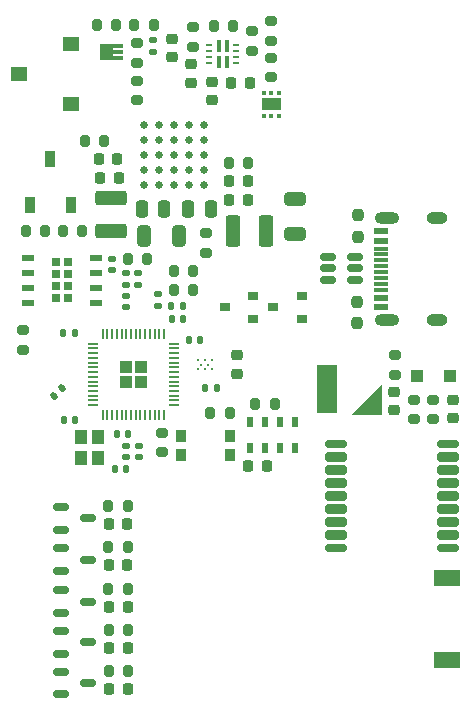
<source format=gtp>
%TF.GenerationSoftware,KiCad,Pcbnew,7.0.5-0*%
%TF.CreationDate,2024-02-07T21:38:44-05:00*%
%TF.ProjectId,GHOUL-2024-0,47484f55-4c2d-4323-9032-342d302e6b69,rev?*%
%TF.SameCoordinates,Original*%
%TF.FileFunction,Paste,Top*%
%TF.FilePolarity,Positive*%
%FSLAX46Y46*%
G04 Gerber Fmt 4.6, Leading zero omitted, Abs format (unit mm)*
G04 Created by KiCad (PCBNEW 7.0.5-0) date 2024-02-07 21:38:44*
%MOMM*%
%LPD*%
G01*
G04 APERTURE LIST*
G04 Aperture macros list*
%AMRoundRect*
0 Rectangle with rounded corners*
0 $1 Rounding radius*
0 $2 $3 $4 $5 $6 $7 $8 $9 X,Y pos of 4 corners*
0 Add a 4 corners polygon primitive as box body*
4,1,4,$2,$3,$4,$5,$6,$7,$8,$9,$2,$3,0*
0 Add four circle primitives for the rounded corners*
1,1,$1+$1,$2,$3*
1,1,$1+$1,$4,$5*
1,1,$1+$1,$6,$7*
1,1,$1+$1,$8,$9*
0 Add four rect primitives between the rounded corners*
20,1,$1+$1,$2,$3,$4,$5,0*
20,1,$1+$1,$4,$5,$6,$7,0*
20,1,$1+$1,$6,$7,$8,$9,0*
20,1,$1+$1,$8,$9,$2,$3,0*%
G04 Aperture macros list end*
%ADD10C,0.000100*%
%ADD11RoundRect,0.200000X0.275000X-0.200000X0.275000X0.200000X-0.275000X0.200000X-0.275000X-0.200000X0*%
%ADD12R,0.399999X1.050000*%
%ADD13R,0.599999X0.200000*%
%ADD14RoundRect,0.225000X0.225000X0.250000X-0.225000X0.250000X-0.225000X-0.250000X0.225000X-0.250000X0*%
%ADD15RoundRect,0.200000X-0.275000X0.200000X-0.275000X-0.200000X0.275000X-0.200000X0.275000X0.200000X0*%
%ADD16RoundRect,0.200000X0.200000X0.275000X-0.200000X0.275000X-0.200000X-0.275000X0.200000X-0.275000X0*%
%ADD17RoundRect,0.140000X-0.140000X-0.170000X0.140000X-0.170000X0.140000X0.170000X-0.140000X0.170000X0*%
%ADD18RoundRect,0.218750X-0.218750X-0.256250X0.218750X-0.256250X0.218750X0.256250X-0.218750X0.256250X0*%
%ADD19R,1.150000X0.600000*%
%ADD20R,1.150000X0.300000*%
%ADD21O,2.100000X1.000000*%
%ADD22O,1.800000X1.000000*%
%ADD23RoundRect,0.250000X0.250000X0.475000X-0.250000X0.475000X-0.250000X-0.475000X0.250000X-0.475000X0*%
%ADD24RoundRect,0.140000X0.140000X0.170000X-0.140000X0.170000X-0.140000X-0.170000X0.140000X-0.170000X0*%
%ADD25RoundRect,0.225000X-0.225000X-0.250000X0.225000X-0.250000X0.225000X0.250000X-0.225000X0.250000X0*%
%ADD26RoundRect,0.225000X-0.250000X0.225000X-0.250000X-0.225000X0.250000X-0.225000X0.250000X0.225000X0*%
%ADD27RoundRect,0.200000X-0.200000X-0.275000X0.200000X-0.275000X0.200000X0.275000X-0.200000X0.275000X0*%
%ADD28RoundRect,0.250000X0.375000X1.075000X-0.375000X1.075000X-0.375000X-1.075000X0.375000X-1.075000X0*%
%ADD29R,0.900000X0.800000*%
%ADD30RoundRect,0.250000X0.650000X-0.325000X0.650000X0.325000X-0.650000X0.325000X-0.650000X-0.325000X0*%
%ADD31RoundRect,0.140000X-0.021213X0.219203X-0.219203X0.021213X0.021213X-0.219203X0.219203X-0.021213X0*%
%ADD32RoundRect,0.250000X1.075000X-0.375000X1.075000X0.375000X-1.075000X0.375000X-1.075000X-0.375000X0*%
%ADD33RoundRect,0.140000X0.170000X-0.140000X0.170000X0.140000X-0.170000X0.140000X-0.170000X-0.140000X0*%
%ADD34RoundRect,0.150000X-0.512500X-0.150000X0.512500X-0.150000X0.512500X0.150000X-0.512500X0.150000X0*%
%ADD35R,2.259800X1.362800*%
%ADD36R,0.800000X0.800000*%
%ADD37R,1.100000X0.500000*%
%ADD38RoundRect,0.250000X-0.325000X-0.650000X0.325000X-0.650000X0.325000X0.650000X-0.325000X0.650000X0*%
%ADD39RoundRect,0.250000X-0.250000X-0.475000X0.250000X-0.475000X0.250000X0.475000X-0.250000X0.475000X0*%
%ADD40C,0.660400*%
%ADD41R,0.900000X1.000000*%
%ADD42R,0.550000X0.950000*%
%ADD43RoundRect,0.140000X-0.170000X0.140000X-0.170000X-0.140000X0.170000X-0.140000X0.170000X0.140000X0*%
%ADD44C,0.200000*%
%ADD45RoundRect,0.250000X-0.292217X-0.292217X0.292217X-0.292217X0.292217X0.292217X-0.292217X0.292217X0*%
%ADD46RoundRect,0.050000X-0.387500X-0.050000X0.387500X-0.050000X0.387500X0.050000X-0.387500X0.050000X0*%
%ADD47RoundRect,0.050000X-0.050000X-0.387500X0.050000X-0.387500X0.050000X0.387500X-0.050000X0.387500X0*%
%ADD48RoundRect,0.237500X0.237500X-0.250000X0.237500X0.250000X-0.237500X0.250000X-0.237500X-0.250000X0*%
%ADD49R,1.700000X4.100000*%
%ADD50RoundRect,0.250000X-0.300000X-0.300000X0.300000X-0.300000X0.300000X0.300000X-0.300000X0.300000X0*%
%ADD51R,1.000000X1.150000*%
%ADD52R,0.811200X1.406398*%
%ADD53R,0.804800X0.300000*%
%ADD54R,1.397000X1.193800*%
%ADD55RoundRect,0.175000X-0.725000X-0.175000X0.725000X-0.175000X0.725000X0.175000X-0.725000X0.175000X0*%
%ADD56RoundRect,0.200000X-0.700000X-0.200000X0.700000X-0.200000X0.700000X0.200000X-0.700000X0.200000X0*%
%ADD57R,0.299999X0.449999*%
%ADD58R,1.599999X1.000000*%
G04 APERTURE END LIST*
%TO.C,BT2*%
D10*
X172600000Y-121910000D02*
X170200000Y-121910000D01*
X172600000Y-119510000D01*
X172600000Y-121910000D01*
G36*
X172600000Y-121910000D02*
G01*
X170200000Y-121910000D01*
X172600000Y-119510000D01*
X172600000Y-121910000D01*
G37*
%TO.C,U6*%
G36*
X149928100Y-91990000D02*
G01*
X148878100Y-91990000D01*
X148878100Y-90590000D01*
X149928100Y-90590000D01*
X149928100Y-91990000D01*
G37*
%TO.C,U2*%
G36*
X163200563Y-95195940D02*
G01*
X163209755Y-95198729D01*
X163218226Y-95203258D01*
X163225650Y-95209351D01*
X163231744Y-95216775D01*
X163236272Y-95225246D01*
X163239061Y-95234439D01*
X163240004Y-95243999D01*
X163240004Y-96145999D01*
X163239061Y-96155559D01*
X163236272Y-96164752D01*
X163231744Y-96173223D01*
X163225650Y-96180647D01*
X163218226Y-96186740D01*
X163209755Y-96191269D01*
X163200563Y-96194058D01*
X163191002Y-96195001D01*
X162589002Y-96195001D01*
X162579441Y-96194058D01*
X162570249Y-96191269D01*
X162561778Y-96186740D01*
X162554354Y-96180647D01*
X162548260Y-96173223D01*
X162543731Y-96164752D01*
X162540942Y-96155559D01*
X162540003Y-96145999D01*
X162540003Y-95243999D01*
X162540942Y-95234439D01*
X162543731Y-95225246D01*
X162548260Y-95216775D01*
X162554354Y-95209351D01*
X162561778Y-95203258D01*
X162570249Y-95198729D01*
X162579441Y-95195940D01*
X162589002Y-95194997D01*
X163191002Y-95194997D01*
X163200563Y-95195940D01*
G37*
G36*
X164100561Y-95195940D02*
G01*
X164109753Y-95198729D01*
X164118224Y-95203258D01*
X164125648Y-95209351D01*
X164131742Y-95216775D01*
X164136271Y-95225246D01*
X164139060Y-95234439D01*
X164139999Y-95243999D01*
X164139999Y-96145999D01*
X164139060Y-96155559D01*
X164136271Y-96164752D01*
X164131742Y-96173223D01*
X164125648Y-96180647D01*
X164118224Y-96186740D01*
X164109753Y-96191269D01*
X164100561Y-96194058D01*
X164091000Y-96195001D01*
X163489000Y-96195001D01*
X163479439Y-96194058D01*
X163470247Y-96191269D01*
X163461776Y-96186740D01*
X163454352Y-96180647D01*
X163448258Y-96173223D01*
X163443730Y-96164752D01*
X163440941Y-96155559D01*
X163439998Y-96145999D01*
X163439998Y-95243999D01*
X163440941Y-95234439D01*
X163443730Y-95225246D01*
X163448258Y-95216775D01*
X163454352Y-95209351D01*
X163461776Y-95203258D01*
X163470247Y-95198729D01*
X163479439Y-95195940D01*
X163489000Y-95194997D01*
X164091000Y-95194997D01*
X164100561Y-95195940D01*
G37*
%TD*%
D11*
%TO.C,R26*%
X151980000Y-95355000D03*
X151980000Y-93705000D03*
%TD*%
%TO.C,R2*%
X154130000Y-125195000D03*
X154130000Y-123545000D03*
%TD*%
D12*
%TO.C,U4*%
X158925002Y-92115000D03*
X159625001Y-92115000D03*
D13*
X160400000Y-92190001D03*
X160400000Y-91690000D03*
X160400000Y-91190000D03*
X160400000Y-90689999D03*
D12*
X159625001Y-90765000D03*
X158925002Y-90765000D03*
D13*
X158100002Y-90689999D03*
X158100002Y-91190000D03*
X158100002Y-91690000D03*
X158100002Y-92190001D03*
%TD*%
D14*
%TO.C,C29*%
X162945000Y-126380000D03*
X161395000Y-126380000D03*
%TD*%
D15*
%TO.C,R25*%
X177080000Y-120745000D03*
X177080000Y-122395000D03*
%TD*%
D16*
%TO.C,R22*%
X149215000Y-98820000D03*
X147565000Y-98820000D03*
%TD*%
D17*
%TO.C,C13*%
X157750000Y-119770000D03*
X158710000Y-119770000D03*
%TD*%
D18*
%TO.C,D6*%
X149590000Y-134760000D03*
X151165000Y-134760000D03*
%TD*%
D11*
%TO.C,R10*%
X163320000Y-90345000D03*
X163320000Y-88695000D03*
%TD*%
D19*
%TO.C,J1*%
X172600000Y-112880000D03*
X172600000Y-112080000D03*
D20*
X172600000Y-110930000D03*
X172600000Y-109930000D03*
X172600000Y-109430000D03*
X172600000Y-108430000D03*
D19*
X172600000Y-107280000D03*
X172600000Y-106480000D03*
X172600000Y-106480000D03*
X172600000Y-107280000D03*
D20*
X172600000Y-107930000D03*
X172600000Y-108930000D03*
X172600000Y-110430000D03*
X172600000Y-111430000D03*
D19*
X172600000Y-112080000D03*
X172600000Y-112880000D03*
D21*
X173175000Y-114000000D03*
D22*
X177355000Y-114000000D03*
D21*
X173175000Y-105360000D03*
D22*
X177355000Y-105360000D03*
%TD*%
D23*
%TO.C,C25*%
X158210000Y-104610000D03*
X156310000Y-104610000D03*
%TD*%
D18*
%TO.C,D1*%
X149590000Y-131250000D03*
X151165000Y-131250000D03*
%TD*%
D24*
%TO.C,C8*%
X146710000Y-115120000D03*
X145750000Y-115120000D03*
%TD*%
D25*
%TO.C,C28*%
X159795000Y-103830000D03*
X161345000Y-103830000D03*
%TD*%
D26*
%TO.C,C37*%
X173730000Y-120035000D03*
X173730000Y-121585000D03*
%TD*%
D27*
%TO.C,R18*%
X158185000Y-121870000D03*
X159835000Y-121870000D03*
%TD*%
D26*
%TO.C,C23*%
X160460000Y-116965000D03*
X160460000Y-118515000D03*
%TD*%
D15*
%TO.C,R24*%
X175420000Y-120745000D03*
X175420000Y-122395000D03*
%TD*%
D27*
%TO.C,R30*%
X149582500Y-140210000D03*
X151232500Y-140210000D03*
%TD*%
D26*
%TO.C,C35*%
X178770000Y-120765000D03*
X178770000Y-122315000D03*
%TD*%
D28*
%TO.C,L2*%
X162910000Y-106440000D03*
X160110000Y-106440000D03*
%TD*%
D29*
%TO.C,Q6*%
X161830000Y-113870000D03*
X161830000Y-111970000D03*
X159430000Y-112920000D03*
%TD*%
D18*
%TO.C,D5*%
X149630000Y-141760000D03*
X151205000Y-141760000D03*
%TD*%
D27*
%TO.C,R29*%
X149572500Y-143690000D03*
X151222500Y-143690000D03*
%TD*%
D17*
%TO.C,C12*%
X154900000Y-113870000D03*
X155860000Y-113870000D03*
%TD*%
%TO.C,C3*%
X150100000Y-126570000D03*
X151060000Y-126570000D03*
%TD*%
D30*
%TO.C,C27*%
X165340000Y-106705000D03*
X165340000Y-103755000D03*
%TD*%
D31*
%TO.C,C7*%
X145630000Y-119770000D03*
X144951178Y-120448822D03*
%TD*%
D14*
%TO.C,C32*%
X150305000Y-100370000D03*
X148755000Y-100370000D03*
%TD*%
D32*
%TO.C,L1*%
X149810000Y-106460000D03*
X149810000Y-103660000D03*
%TD*%
D33*
%TO.C,C4*%
X151010000Y-112880000D03*
X151010000Y-111920000D03*
%TD*%
D11*
%TO.C,R21*%
X157800000Y-108295000D03*
X157800000Y-106645000D03*
%TD*%
D14*
%TO.C,C10*%
X161505001Y-93934999D03*
X159955001Y-93934999D03*
%TD*%
D11*
%TO.C,R9*%
X163330001Y-93439999D03*
X163330001Y-91789999D03*
%TD*%
D34*
%TO.C,Q1*%
X145550000Y-129830000D03*
X145550000Y-131730000D03*
X147825000Y-130780000D03*
%TD*%
D17*
%TO.C,C15*%
X156360000Y-115700000D03*
X157320000Y-115700000D03*
%TD*%
D35*
%TO.C,AE1*%
X178230000Y-135827299D03*
X178230000Y-142752701D03*
%TD*%
D34*
%TO.C,U3*%
X168182500Y-108660000D03*
X168182500Y-109610000D03*
X168182500Y-110560000D03*
X170457500Y-110560000D03*
X170457500Y-109610000D03*
X170457500Y-108660000D03*
%TD*%
D27*
%TO.C,R23*%
X159765000Y-100680000D03*
X161415000Y-100680000D03*
%TD*%
D36*
%TO.C,U5*%
X145120000Y-109100000D03*
X145120000Y-110100000D03*
X145120000Y-111100000D03*
X145120000Y-112100000D03*
X146120000Y-109100000D03*
X146120000Y-110100000D03*
X146120000Y-111100000D03*
X146120000Y-112100000D03*
D37*
X142720000Y-108695000D03*
X142720000Y-109965000D03*
X142720000Y-111235000D03*
X142720000Y-112505000D03*
X148520000Y-112505000D03*
X148520000Y-111235000D03*
X148520000Y-109965000D03*
X148520000Y-108695000D03*
%TD*%
D38*
%TO.C,C24*%
X152595000Y-106830000D03*
X155545000Y-106830000D03*
%TD*%
D16*
%TO.C,R16*%
X150215699Y-89000000D03*
X148565699Y-89000000D03*
%TD*%
D39*
%TO.C,C26*%
X152395000Y-104540000D03*
X154295000Y-104540000D03*
%TD*%
D40*
%TO.C,U10*%
X152600000Y-102560000D03*
X152600000Y-101290000D03*
X152600000Y-100020000D03*
X152600000Y-98750000D03*
X152600000Y-97480000D03*
X153870000Y-102560000D03*
X153870000Y-101290000D03*
X153870000Y-100020000D03*
X153870000Y-98750000D03*
X153870000Y-97480000D03*
X155140000Y-102560000D03*
X155140000Y-101290000D03*
X155140000Y-100020000D03*
X155140000Y-98750000D03*
X155140000Y-97480000D03*
X156410000Y-102560000D03*
X156410000Y-101290000D03*
X156410000Y-100020000D03*
X156410000Y-98750000D03*
X156410000Y-97480000D03*
X157680000Y-102560000D03*
X157680000Y-101290000D03*
X157680000Y-100020000D03*
X157680000Y-98750000D03*
X157680000Y-97480000D03*
%TD*%
D18*
%TO.C,D3*%
X149607500Y-138280000D03*
X151182500Y-138280000D03*
%TD*%
D27*
%TO.C,R31*%
X149552500Y-133190000D03*
X151202500Y-133190000D03*
%TD*%
D16*
%TO.C,R14*%
X144225000Y-106480000D03*
X142575000Y-106480000D03*
%TD*%
D15*
%TO.C,R7*%
X161710000Y-89535000D03*
X161710000Y-91185000D03*
%TD*%
D41*
%TO.C,B1*%
X155720000Y-123820000D03*
X159820000Y-123820000D03*
X155720000Y-125420000D03*
X159820000Y-125420000D03*
%TD*%
D33*
%TO.C,C14*%
X152040000Y-110980000D03*
X152040000Y-110020000D03*
%TD*%
D16*
%TO.C,R8*%
X160125000Y-89070000D03*
X158475000Y-89070000D03*
%TD*%
D17*
%TO.C,C6*%
X154880000Y-112790000D03*
X155840000Y-112790000D03*
%TD*%
D42*
%TO.C,U9*%
X161575000Y-124775000D03*
X162825000Y-124775000D03*
X164075000Y-124775000D03*
X165325000Y-124775000D03*
X165325000Y-122625000D03*
X164075000Y-122625000D03*
X162825000Y-122625000D03*
X161575000Y-122625000D03*
%TD*%
D24*
%TO.C,C2*%
X146760000Y-122460000D03*
X145800000Y-122460000D03*
%TD*%
D16*
%TO.C,R5*%
X156745000Y-109870000D03*
X155095000Y-109870000D03*
%TD*%
D43*
%TO.C,C19*%
X153370699Y-90310000D03*
X153370699Y-91270000D03*
%TD*%
D27*
%TO.C,R20*%
X151205000Y-108780000D03*
X152855000Y-108780000D03*
%TD*%
D26*
%TO.C,C9*%
X158340000Y-93805000D03*
X158340000Y-95355000D03*
%TD*%
D17*
%TO.C,R1*%
X150250000Y-123620000D03*
X151210000Y-123620000D03*
%TD*%
D34*
%TO.C,Q4*%
X145550000Y-140320000D03*
X145550000Y-142220000D03*
X147825000Y-141270000D03*
%TD*%
D27*
%TO.C,R27*%
X149550000Y-136720000D03*
X151200000Y-136720000D03*
%TD*%
D43*
%TO.C,C18*%
X151080000Y-124640000D03*
X151080000Y-125600000D03*
%TD*%
D44*
%TO.C,U8*%
X157121268Y-118170000D03*
X157121268Y-117370000D03*
X157421268Y-117770000D03*
X157721268Y-118170000D03*
X157721268Y-117370000D03*
X158021268Y-117770000D03*
X158321268Y-118170000D03*
X158321268Y-117370000D03*
%TD*%
D16*
%TO.C,R12*%
X147325000Y-106460000D03*
X145675000Y-106460000D03*
%TD*%
D34*
%TO.C,Q5*%
X145550000Y-133320000D03*
X145550000Y-135220000D03*
X147825000Y-134270000D03*
%TD*%
%TO.C,Q3*%
X145550000Y-143780000D03*
X145550000Y-145680000D03*
X147825000Y-144730000D03*
%TD*%
D11*
%TO.C,R32*%
X142330000Y-116495000D03*
X142330000Y-114845000D03*
%TD*%
D16*
%TO.C,R6*%
X156745000Y-111420000D03*
X155095000Y-111420000D03*
%TD*%
D45*
%TO.C,U1*%
X151032500Y-117952500D03*
X151032500Y-119227500D03*
X152307500Y-117952500D03*
X152307500Y-119227500D03*
D46*
X148232500Y-115990000D03*
X148232500Y-116390000D03*
X148232500Y-116790000D03*
X148232500Y-117190000D03*
X148232500Y-117590000D03*
X148232500Y-117990000D03*
X148232500Y-118390000D03*
X148232500Y-118790000D03*
X148232500Y-119190000D03*
X148232500Y-119590000D03*
X148232500Y-119990000D03*
X148232500Y-120390000D03*
X148232500Y-120790000D03*
X148232500Y-121190000D03*
D47*
X149070000Y-122027500D03*
X149470000Y-122027500D03*
X149870000Y-122027500D03*
X150270000Y-122027500D03*
X150670000Y-122027500D03*
X151070000Y-122027500D03*
X151470000Y-122027500D03*
X151870000Y-122027500D03*
X152270000Y-122027500D03*
X152670000Y-122027500D03*
X153070000Y-122027500D03*
X153470000Y-122027500D03*
X153870000Y-122027500D03*
X154270000Y-122027500D03*
D46*
X155107500Y-121190000D03*
X155107500Y-120790000D03*
X155107500Y-120390000D03*
X155107500Y-119990000D03*
X155107500Y-119590000D03*
X155107500Y-119190000D03*
X155107500Y-118790000D03*
X155107500Y-118390000D03*
X155107500Y-117990000D03*
X155107500Y-117590000D03*
X155107500Y-117190000D03*
X155107500Y-116790000D03*
X155107500Y-116390000D03*
X155107500Y-115990000D03*
D47*
X154270000Y-115152500D03*
X153870000Y-115152500D03*
X153470000Y-115152500D03*
X153070000Y-115152500D03*
X152670000Y-115152500D03*
X152270000Y-115152500D03*
X151870000Y-115152500D03*
X151470000Y-115152500D03*
X151070000Y-115152500D03*
X150670000Y-115152500D03*
X150270000Y-115152500D03*
X149870000Y-115152500D03*
X149470000Y-115152500D03*
X149070000Y-115152500D03*
%TD*%
D48*
%TO.C,R3*%
X170620000Y-114242500D03*
X170620000Y-112417500D03*
%TD*%
D49*
%TO.C,BT2*%
X168050000Y-119860000D03*
%TD*%
D15*
%TO.C,R28*%
X173780000Y-116950000D03*
X173780000Y-118600000D03*
%TD*%
D50*
%TO.C,D2*%
X175680000Y-118730000D03*
X178480000Y-118730000D03*
%TD*%
D34*
%TO.C,Q2*%
X145560000Y-136870000D03*
X145560000Y-138770000D03*
X147835000Y-137820000D03*
%TD*%
D11*
%TO.C,R13*%
X156750000Y-90825000D03*
X156750000Y-89175000D03*
%TD*%
D33*
%TO.C,C5*%
X153760000Y-112780000D03*
X153760000Y-111820000D03*
%TD*%
D18*
%TO.C,D4*%
X149610000Y-145230000D03*
X151185000Y-145230000D03*
%TD*%
D33*
%TO.C,C11*%
X151020000Y-110980000D03*
X151020000Y-110020000D03*
%TD*%
D14*
%TO.C,C30*%
X150415000Y-101920000D03*
X148865000Y-101920000D03*
%TD*%
D25*
%TO.C,C31*%
X159795000Y-102210000D03*
X161345000Y-102210000D03*
%TD*%
D29*
%TO.C,Q7*%
X165930000Y-113870000D03*
X165930000Y-111970000D03*
X163530000Y-112920000D03*
%TD*%
D51*
%TO.C,Y1*%
X148640000Y-125655000D03*
X148640000Y-123905000D03*
X147240000Y-123905000D03*
X147240000Y-125655000D03*
%TD*%
D43*
%TO.C,C20*%
X149900000Y-108790000D03*
X149900000Y-109750000D03*
%TD*%
%TO.C,C1*%
X152130000Y-124640000D03*
X152130000Y-125600000D03*
%TD*%
D27*
%TO.C,R11*%
X149562500Y-129700000D03*
X151212500Y-129700000D03*
%TD*%
D52*
%TO.C,SW1*%
X142899998Y-104207200D03*
X146400002Y-104207200D03*
X144650000Y-100322600D03*
%TD*%
D16*
%TO.C,R15*%
X153375699Y-89000000D03*
X151725699Y-89000000D03*
%TD*%
D26*
%TO.C,C17*%
X154970000Y-90195000D03*
X154970000Y-91745000D03*
%TD*%
D53*
%TO.C,U6*%
X150355501Y-91789999D03*
X150355501Y-91290000D03*
X150355501Y-90790001D03*
%TD*%
D54*
%TO.C,SW2*%
X146428101Y-95710000D03*
X142028102Y-93170000D03*
X146428101Y-90630000D03*
%TD*%
D55*
%TO.C,U11*%
X168830000Y-124480000D03*
D56*
X168830000Y-125580000D03*
X168830000Y-126680000D03*
X168830000Y-127780000D03*
X168830000Y-128880000D03*
X168830000Y-129980000D03*
X168830000Y-131080000D03*
X168830000Y-132180000D03*
D55*
X168830000Y-133280000D03*
X178330000Y-133280000D03*
D56*
X178330000Y-132180000D03*
X178330000Y-131080000D03*
X178330000Y-129980000D03*
X178330000Y-128880000D03*
X178330000Y-127780000D03*
X178330000Y-126680000D03*
X178330000Y-125580000D03*
D55*
X178330000Y-124480000D03*
%TD*%
D48*
%TO.C,R4*%
X170670000Y-106922500D03*
X170670000Y-105097500D03*
%TD*%
D57*
%TO.C,U2*%
X162690000Y-96669998D03*
X163340001Y-96669998D03*
X163990000Y-96669998D03*
X163990000Y-94720000D03*
X163340001Y-94720000D03*
X162690000Y-94720000D03*
D58*
X163340001Y-95694999D03*
%TD*%
D26*
%TO.C,C16*%
X156550000Y-92325000D03*
X156550000Y-93875000D03*
%TD*%
D16*
%TO.C,R19*%
X163635000Y-121090000D03*
X161985000Y-121090000D03*
%TD*%
D15*
%TO.C,R17*%
X151980699Y-90545000D03*
X151980699Y-92195000D03*
%TD*%
M02*

</source>
